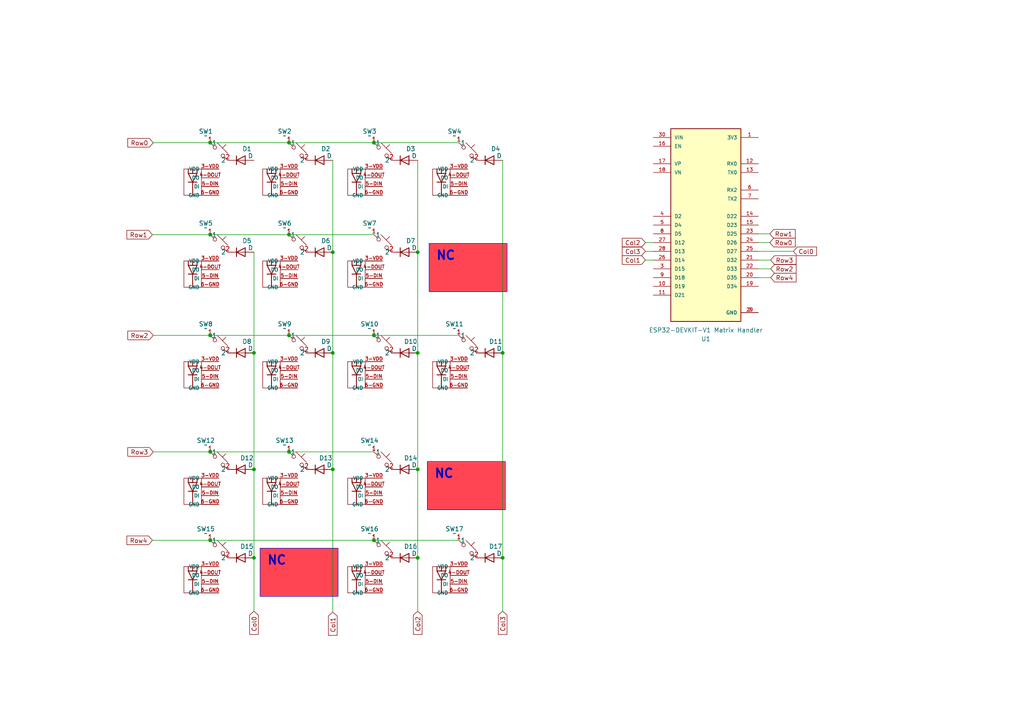
<source format=kicad_sch>
(kicad_sch (version 20231120) (generator "eeschema") (generator_version "8.0")
  (paper "A4")
  (lib_symbols
    (symbol "Device:D" (pin_numbers hide) (pin_names (offset 1.016) hide)
      (property "Reference" "D" (at 0 2.54 0))
      (property "Value" "D" (at 0 -2.54 0))
      (symbol "D_0_1"
        (polyline (pts (xy -1.27 1.27) (xy -1.27 -1.27)) (stroke (width 0.254)))
        (polyline (pts (xy 1.27 0) (xy -1.27 0)))
        (polyline (pts (xy 1.27 1.27) (xy 1.27 -1.27) (xy -1.27 0) (xy 1.27 1.27)) (stroke (width 0.254)))
      )
      (symbol "D_1_1"
        (pin passive line (at -3.81 0 0) (length 2.54) (name "K") (number "1"))
        (pin passive line (at 3.81 0 180) (length 2.54) (name "A") (number "2"))
      )
    )
    (symbol "ESP32-DEVKIT-V1:ESP32-DEVKIT-V1" (pin_names (offset 1.016))
      (property "Reference" "U" (at -10.16 30.48 0))
      (property "Value" "ESP32-DEVKIT-V1" (at -10.16 -30.48 0))
      (symbol "ESP32-DEVKIT-V1_0_0"
        (rectangle (start -10.16 -27.94) (end 10.16 27.94) (stroke (width 0.254)) (fill (type background)))
        (pin output line (at 15.24 25.4 180) (length 5.08) (name "3V3") (number "1"))
        (pin bidirectional line (at -15.24 -17.78 0) (length 5.08) (name "D19") (number "10"))
        (pin bidirectional line (at -15.24 -20.32 0) (length 5.08) (name "D21") (number "11"))
        (pin input line (at 15.24 17.78 180) (length 5.08) (name "RX0") (number "12"))
        (pin output line (at 15.24 15.24 180) (length 5.08) (name "TX0") (number "13"))
        (pin bidirectional line (at 15.24 2.54 180) (length 5.08) (name "D22") (number "14"))
        (pin bidirectional line (at 15.24 0 180) (length 5.08) (name "D23") (number "15"))
        (pin input line (at -15.24 22.86 0) (length 5.08) (name "EN") (number "16"))
        (pin bidirectional line (at -15.24 17.78 0) (length 5.08) (name "VP") (number "17"))
        (pin bidirectional line (at -15.24 15.24 0) (length 5.08) (name "VN") (number "18"))
        (pin bidirectional line (at 15.24 -17.78 180) (length 5.08) (name "D34") (number "19"))
        (pin power_in line (at 15.24 -25.4 180) (length 5.08) (name "GND") (number "2"))
        (pin bidirectional line (at 15.24 -15.24 180) (length 5.08) (name "D35") (number "20"))
        (pin bidirectional line (at 15.24 -10.16 180) (length 5.08) (name "D32") (number "21"))
        (pin bidirectional line (at 15.24 -12.7 180) (length 5.08) (name "D33") (number "22"))
        (pin bidirectional line (at 15.24 -2.54 180) (length 5.08) (name "D25") (number "23"))
        (pin bidirectional line (at 15.24 -5.08 180) (length 5.08) (name "D26") (number "24"))
        (pin bidirectional line (at 15.24 -7.62 180) (length 5.08) (name "D27") (number "25"))
        (pin bidirectional line (at -15.24 -10.16 0) (length 5.08) (name "D14") (number "26"))
        (pin bidirectional line (at -15.24 -5.08 0) (length 5.08) (name "D12") (number "27"))
        (pin bidirectional line (at -15.24 -7.62 0) (length 5.08) (name "D13") (number "28"))
        (pin power_in line (at 15.24 -25.4 180) (length 5.08) (name "GND") (number "29"))
        (pin bidirectional line (at -15.24 -12.7 0) (length 5.08) (name "D15") (number "3"))
        (pin input line (at -15.24 25.4 0) (length 5.08) (name "VIN") (number "30"))
        (pin bidirectional line (at -15.24 2.54 0) (length 5.08) (name "D2") (number "4"))
        (pin bidirectional line (at -15.24 0 0) (length 5.08) (name "D4") (number "5"))
        (pin input line (at 15.24 10.16 180) (length 5.08) (name "RX2") (number "6"))
        (pin output line (at 15.24 7.62 180) (length 5.08) (name "TX2") (number "7"))
        (pin bidirectional line (at -15.24 -2.54 0) (length 5.08) (name "D5") (number "8"))
        (pin bidirectional line (at -15.24 -15.24 0) (length 5.08) (name "D18") (number "9"))
      )
    )
    (symbol "tigmitSymbolLib:Switch_+_LED"
      (property "Reference" "SW" (at 2.032 4.064 0))
      (symbol "Switch_+_LED_0_0"
        (polyline (pts (xy -8.89 -6.35) (xy -8.89 -5.08)) (stroke (width 0.254)))
        (polyline (pts (xy -8.89 -6.35) (xy -7.62 -8.89)) (stroke (width 0.254)))
        (polyline (pts (xy -8.89 -6.35) (xy -7.62 -6.35)) (stroke (width 0.254)))
        (polyline (pts (xy -7.62 -8.89) (xy -8.89 -8.89)) (stroke (width 0.254)))
        (polyline (pts (xy -7.62 -8.89) (xy -7.62 -12.7)) (stroke (width 0.254)))
        (polyline (pts (xy -7.62 -8.89) (xy -6.35 -8.89)) (stroke (width 0.254)))
        (polyline (pts (xy -7.62 -8.89) (xy -6.35 -6.35)) (stroke (width 0.254)))
        (polyline (pts (xy -7.62 -6.35) (xy -7.62 -5.08)) (stroke (width 0.254)))
        (polyline (pts (xy -6.35 -6.35) (xy -7.62 -6.35)) (stroke (width 0.254)))
        (polyline (pts (xy -6.35 -6.35) (xy -6.35 -5.08)) (stroke (width 0.254)))
      )
      (symbol "Switch_+_LED_0_1"
        (rectangle (start -10.16 -5.08) (end -5.08 -12.7))
        (circle (center -1.1684 1.1684) (radius 0.508))
        (polyline (pts (xy -0.508 2.54) (xy 2.54 -0.508)))
        (polyline (pts (xy 1.016 1.016) (xy 2.032 2.032)))
        (polyline (pts (xy -2.54 2.54) (xy -1.524 1.524) (xy -1.524 1.524)))
        (polyline (pts (xy 1.524 -1.524) (xy 2.54 -2.54) (xy 2.54 -2.54) (xy 2.54 -2.54)))
        (circle (center 1.143 -1.1938) (radius 0.508))
        (pin passive line (at -2.54 2.54 0) (length 0) (name "1") (number "1"))
        (pin passive line (at 2.54 -2.54 180) (length 0) (name "2") (number "2"))
      )
      (symbol "Switch_+_LED_1_0"
        (pin power_in line (at 0 -5.08 180) (length 5.08) (name "VDD") (number "3-VDD"))
        (pin output line (at 0 -7.62 180) (length 5.08) (name "DO") (number "4-DOUT"))
        (pin input line (at 0 -10.16 180) (length 5.08) (name "DI") (number "5-DIN"))
        (pin power_in line (at 0 -12.7 180) (length 5.08) (name "GND") (number "6-GND"))
      )
    )
  )
  (junction (at 121.158 161.798))
  (junction (at 73.66 161.798))
  (junction (at 121.158 73.152))
  (junction (at 73.66 102.362))
  (junction (at 60.96 68.072))
  (junction (at 96.52 73.152))
  (junction (at 83.82 97.282))
  (junction (at 83.82 41.402))
  (junction (at 96.52 102.362))
  (junction (at 121.158 136.144))
  (junction (at 145.796 102.362))
  (junction (at 73.66 136.144))
  (junction (at 83.82 68.072))
  (junction (at 60.96 131.064))
  (junction (at 83.82 131.064))
  (junction (at 60.96 97.282))
  (junction (at 121.158 102.362))
  (junction (at 108.458 97.282))
  (junction (at 108.458 156.718))
  (junction (at 145.796 161.798))
  (junction (at 60.96 156.718))
  (junction (at 108.458 41.402))
  (junction (at 96.52 136.144))
  (junction (at 60.96 41.402))
  (wire (pts (xy 60.96 131.064) (xy 83.82 131.064)))
  (wire (pts (xy 96.52 136.144) (xy 96.52 177.546)))
  (wire (pts (xy 83.82 97.282) (xy 108.458 97.282)))
  (wire (pts (xy 44.196 156.718) (xy 60.96 156.718)))
  (wire (pts (xy 73.66 102.362) (xy 73.66 136.144)))
  (wire (pts (xy 96.52 102.362) (xy 96.52 136.144)))
  (wire (pts (xy 96.52 73.152) (xy 96.52 102.362)))
  (wire (pts (xy 187.198 70.358) (xy 189.484 70.358)))
  (wire (pts (xy 60.96 41.402) (xy 83.82 41.402)))
  (wire (pts (xy 60.96 156.718) (xy 108.458 156.718)))
  (wire (pts (xy 44.45 41.402) (xy 60.96 41.402)))
  (wire (pts (xy 83.82 131.064) (xy 108.458 131.064)))
  (wire (pts (xy 121.158 102.362) (xy 121.158 136.144)))
  (wire (pts (xy 44.45 131.064) (xy 60.96 131.064)))
  (wire (pts (xy 145.796 102.362) (xy 145.796 161.798)))
  (wire (pts (xy 96.52 46.482) (xy 96.52 73.152)))
  (wire (pts (xy 223.266 67.818) (xy 219.964 67.818)))
  (wire (pts (xy 145.796 161.798) (xy 145.796 177.292)))
  (wire (pts (xy 108.458 41.402) (xy 133.096 41.402)))
  (wire (pts (xy 108.458 156.718) (xy 133.096 156.718)))
  (wire (pts (xy 83.82 68.072) (xy 108.458 68.072)))
  (wire (pts (xy 83.82 41.402) (xy 108.458 41.402)))
  (wire (pts (xy 73.66 161.798) (xy 73.66 177.292)))
  (wire (pts (xy 230.124 72.898) (xy 219.964 72.898)))
  (wire (pts (xy 108.458 97.282) (xy 133.096 97.282)))
  (wire (pts (xy 44.196 68.072) (xy 60.96 68.072)))
  (wire (pts (xy 223.266 70.358) (xy 219.964 70.358)))
  (wire (pts (xy 121.158 73.152) (xy 121.158 102.362)))
  (wire (pts (xy 187.198 75.438) (xy 189.484 75.438)))
  (wire (pts (xy 187.198 72.898) (xy 189.484 72.898)))
  (wire (pts (xy 223.52 80.518) (xy 219.964 80.518)))
  (wire (pts (xy 121.158 161.798) (xy 121.158 177.292)))
  (wire (pts (xy 60.96 97.282) (xy 83.82 97.282)))
  (wire (pts (xy 121.158 46.482) (xy 121.158 73.152)))
  (wire (pts (xy 73.66 73.152) (xy 73.66 102.362)))
  (wire (pts (xy 223.52 77.978) (xy 219.964 77.978)))
  (wire (pts (xy 60.96 68.072) (xy 83.82 68.072)))
  (wire (pts (xy 121.158 136.144) (xy 121.158 161.798)))
  (wire (pts (xy 73.66 136.144) (xy 73.66 161.798)))
  (wire (pts (xy 145.796 46.482) (xy 145.796 102.362)))
  (wire (pts (xy 44.45 97.282) (xy 60.96 97.282)))
  (wire (pts (xy 223.52 75.438) (xy 219.964 75.438)))
  (text_box "NC" (at 124.46 70.612 0) (size 22.606 13.97) (fill (type color) (color 255 69 84 1)) (effects (font (size 2.54 2.54) (thickness 0.508) (bold yes)) (justify left top)))
  (text_box "NC" (at 123.952 133.858 0) (size 22.606 13.97) (fill (type color) (color 255 69 84 1)) (effects (font (size 2.54 2.54) (thickness 0.508) (bold yes)) (justify left top)))
  (text_box "NC" (at 75.438 159.004 0) (size 22.606 13.97) (fill (type color) (color 255 69 84 1)) (effects (font (size 2.54 2.54) (thickness 0.508) (bold yes)) (justify left top)))
  (global_label "Col2" (shape input) (at 187.198 70.358 180) (property "Intersheetrefs" "${INTERSHEET_REFS}" (effects (hide yes))))
  (global_label "Col1" (shape input) (at 187.198 75.438 180) (property "Intersheetrefs" "${INTERSHEET_REFS}" (effects (hide yes))))
  (global_label "Row2" (shape input) (at 223.52 77.978 0) (property "Intersheetrefs" "${INTERSHEET_REFS}" (effects (hide yes))))
  (global_label "Row2" (shape input) (at 44.45 97.282 180) (property "Intersheetrefs" "${INTERSHEET_REFS}" (effects (hide yes))))
  (global_label "Row1" (shape input) (at 44.196 68.072 180) (property "Intersheetrefs" "${INTERSHEET_REFS}" (effects (hide yes))))
  (global_label "Col1" (shape input) (at 96.52 177.546 270) (property "Intersheetrefs" "${INTERSHEET_REFS}" (effects (hide yes))))
  (global_label "Row0" (shape input) (at 44.45 41.402 180) (property "Intersheetrefs" "${INTERSHEET_REFS}" (effects (hide yes))))
  (global_label "Col3" (shape input) (at 187.198 72.898 180) (property "Intersheetrefs" "${INTERSHEET_REFS}" (effects (hide yes))))
  (global_label "Col2" (shape input) (at 121.158 177.292 270) (property "Intersheetrefs" "${INTERSHEET_REFS}" (effects (hide yes))))
  (global_label "Row4" (shape input) (at 44.196 156.718 180) (property "Intersheetrefs" "${INTERSHEET_REFS}" (effects (hide yes))))
  (global_label "Col0" (shape input) (at 73.66 177.292 270) (property "Intersheetrefs" "${INTERSHEET_REFS}" (effects (hide yes))))
  (global_label "Col3" (shape input) (at 145.796 177.292 270) (property "Intersheetrefs" "${INTERSHEET_REFS}" (effects (hide yes))))
  (global_label "Row4" (shape input) (at 223.52 80.518 0) (property "Intersheetrefs" "${INTERSHEET_REFS}" (effects (hide yes))))
  (global_label "Col0" (shape input) (at 230.124 72.898 0) (property "Intersheetrefs" "${INTERSHEET_REFS}" (effects (hide yes))))
  (global_label "Row3" (shape input) (at 223.52 75.438 0) (property "Intersheetrefs" "${INTERSHEET_REFS}" (effects (hide yes))))
  (global_label "Row3" (shape input) (at 44.45 131.064 180) (property "Intersheetrefs" "${INTERSHEET_REFS}" (effects (hide yes))))
  (global_label "Row0" (shape input) (at 223.266 70.358 0) (property "Intersheetrefs" "${INTERSHEET_REFS}" (effects (hide yes))))
  (global_label "Row1" (shape input) (at 223.266 67.818 0) (property "Intersheetrefs" "${INTERSHEET_REFS}" (effects (hide yes))))
  (symbol (lib_id "tigmitSymbolLib:Switch_+_LED") (at 110.998 133.604 0) (unit 1)
    (property "Reference" "SW14" (at 107.188 127.762 0))
    (property "Value" "~" (at 107.188 129.032 0))
  )
  (symbol (lib_id "Device:D") (at 117.348 136.144 0) (unit 1)
    (property "Reference" "D14" (at 119.126 132.842 0))
    (property "Value" "D" (at 120.142 134.874 0))
    (property "Description" "Diode" (effects (hide yes)))
    (property "Sim.Device" "D" (effects (hide yes)))
    (property "Sim.Pins" "1=K 2=A" (effects (hide yes)))
  )
  (symbol (lib_id "Device:D") (at 141.986 161.798 0) (unit 1)
    (property "Reference" "D17" (at 143.764 158.496 0))
    (property "Value" "D" (at 144.78 160.528 0))
    (property "Description" "Diode" (effects (hide yes)))
    (property "Sim.Device" "D" (effects (hide yes)))
    (property "Sim.Pins" "1=K 2=A" (effects (hide yes)))
  )
  (symbol (lib_id "Device:D") (at 69.85 102.362 0) (unit 1)
    (property "Reference" "D8" (at 71.628 99.06 0))
    (property "Value" "D" (at 72.644 101.092 0))
    (property "Description" "Diode" (effects (hide yes)))
    (property "Sim.Device" "D" (effects (hide yes)))
    (property "Sim.Pins" "1=K 2=A" (effects (hide yes)))
  )
  (symbol (lib_id "tigmitSymbolLib:Switch_+_LED") (at 63.5 133.604 0) (unit 1)
    (property "Reference" "SW12" (at 59.69 127.762 0))
    (property "Value" "~" (at 59.69 129.032 0))
  )
  (symbol (lib_id "Device:D") (at 141.986 102.362 0) (unit 1)
    (property "Reference" "D11" (at 143.764 99.06 0))
    (property "Value" "D" (at 144.78 101.092 0))
    (property "Description" "Diode" (effects (hide yes)))
    (property "Sim.Device" "D" (effects (hide yes)))
    (property "Sim.Pins" "1=K 2=A" (effects (hide yes)))
  )
  (symbol (lib_id "tigmitSymbolLib:Switch_+_LED") (at 86.36 99.822 0) (unit 1)
    (property "Reference" "SW9" (at 82.55 93.98 0))
    (property "Value" "~" (at 82.55 95.25 0))
  )
  (symbol (lib_id "Device:D") (at 92.71 102.362 0) (unit 1)
    (property "Reference" "D9" (at 94.488 99.06 0))
    (property "Value" "D" (at 95.504 101.092 0))
    (property "Description" "Diode" (effects (hide yes)))
    (property "Sim.Device" "D" (effects (hide yes)))
    (property "Sim.Pins" "1=K 2=A" (effects (hide yes)))
  )
  (symbol (lib_id "Device:D") (at 117.348 73.152 0) (unit 1)
    (property "Reference" "D7" (at 119.126 69.85 0))
    (property "Value" "D" (at 120.142 71.882 0))
    (property "Description" "Diode" (effects (hide yes)))
    (property "Sim.Device" "D" (effects (hide yes)))
    (property "Sim.Pins" "1=K 2=A" (effects (hide yes)))
  )
  (symbol (lib_id "tigmitSymbolLib:Switch_+_LED") (at 135.636 43.942 0) (unit 1)
    (property "Reference" "SW4" (at 131.826 38.1 0))
    (property "Value" "~" (at 131.826 39.37 0))
  )
  (symbol (lib_id "Device:D") (at 69.85 161.798 0) (unit 1)
    (property "Reference" "D15" (at 71.628 158.496 0))
    (property "Value" "D" (at 72.644 160.528 0))
    (property "Description" "Diode" (effects (hide yes)))
    (property "Sim.Device" "D" (effects (hide yes)))
    (property "Sim.Pins" "1=K 2=A" (effects (hide yes)))
  )
  (symbol (lib_id "tigmitSymbolLib:Switch_+_LED") (at 86.36 43.942 0) (unit 1)
    (property "Reference" "SW2" (at 82.55 38.1 0))
    (property "Value" "~" (at 82.55 39.37 0))
  )
  (symbol (lib_id "tigmitSymbolLib:Switch_+_LED") (at 63.5 70.612 0) (unit 1)
    (property "Reference" "SW5" (at 59.69 64.77 0))
    (property "Value" "~" (at 59.69 66.04 0))
  )
  (symbol (lib_id "Device:D") (at 92.71 73.152 0) (unit 1)
    (property "Reference" "D6" (at 94.488 69.85 0))
    (property "Value" "D" (at 95.504 71.882 0))
    (property "Description" "Diode" (effects (hide yes)))
    (property "Sim.Device" "D" (effects (hide yes)))
    (property "Sim.Pins" "1=K 2=A" (effects (hide yes)))
  )
  (symbol (lib_id "tigmitSymbolLib:Switch_+_LED") (at 135.636 99.822 0) (unit 1)
    (property "Reference" "SW11" (at 131.826 93.98 0))
    (property "Value" "~" (at 131.826 95.25 0))
  )
  (symbol (lib_id "tigmitSymbolLib:Switch_+_LED") (at 110.998 70.612 0) (unit 1)
    (property "Reference" "SW7" (at 107.188 64.77 0))
    (property "Value" "~" (at 107.188 66.04 0))
  )
  (symbol (lib_id "Device:D") (at 117.348 102.362 0) (unit 1)
    (property "Reference" "D10" (at 119.126 99.06 0))
    (property "Value" "D" (at 120.142 101.092 0))
    (property "Description" "Diode" (effects (hide yes)))
    (property "Sim.Device" "D" (effects (hide yes)))
    (property "Sim.Pins" "1=K 2=A" (effects (hide yes)))
  )
  (symbol (lib_id "tigmitSymbolLib:Switch_+_LED") (at 86.36 70.612 0) (unit 1)
    (property "Reference" "SW6" (at 82.55 64.77 0))
    (property "Value" "~" (at 82.55 66.04 0))
  )
  (symbol (lib_id "Device:D") (at 69.85 136.144 0) (unit 1)
    (property "Reference" "D12" (at 71.628 132.842 0))
    (property "Value" "D" (at 72.644 134.874 0))
    (property "Description" "Diode" (effects (hide yes)))
    (property "Sim.Device" "D" (effects (hide yes)))
    (property "Sim.Pins" "1=K 2=A" (effects (hide yes)))
  )
  (symbol (lib_id "tigmitSymbolLib:Switch_+_LED") (at 86.36 133.604 0) (unit 1)
    (property "Reference" "SW13" (at 82.55 127.762 0))
    (property "Value" "~" (at 82.55 129.032 0))
  )
  (symbol (lib_id "Device:D") (at 117.348 161.798 0) (unit 1)
    (property "Reference" "D16" (at 119.126 158.496 0))
    (property "Value" "D" (at 120.142 160.528 0))
    (property "Description" "Diode" (effects (hide yes)))
    (property "Sim.Device" "D" (effects (hide yes)))
    (property "Sim.Pins" "1=K 2=A" (effects (hide yes)))
  )
  (symbol (lib_id "Device:D") (at 117.348 46.482 0) (unit 1)
    (property "Reference" "D3" (at 119.126 43.18 0))
    (property "Value" "D" (at 120.142 45.212 0))
    (property "Description" "Diode" (effects (hide yes)))
    (property "Sim.Device" "D" (effects (hide yes)))
    (property "Sim.Pins" "1=K 2=A" (effects (hide yes)))
  )
  (symbol (lib_id "tigmitSymbolLib:Switch_+_LED") (at 63.5 159.258 0) (unit 1)
    (property "Reference" "SW15" (at 59.69 153.416 0))
    (property "Value" "~" (at 59.69 154.686 0))
  )
  (symbol (lib_id "Device:D") (at 92.71 136.144 0) (unit 1)
    (property "Reference" "D13" (at 94.488 132.842 0))
    (property "Value" "D" (at 95.504 134.874 0))
    (property "Description" "Diode" (effects (hide yes)))
    (property "Sim.Device" "D" (effects (hide yes)))
    (property "Sim.Pins" "1=K 2=A" (effects (hide yes)))
  )
  (symbol (lib_id "tigmitSymbolLib:Switch_+_LED") (at 63.5 43.942 0) (unit 1)
    (property "Reference" "SW1" (at 59.69 38.1 0))
    (property "Value" "~" (at 59.69 39.37 0))
  )
  (symbol (lib_id "Device:D") (at 69.85 46.482 0) (unit 1)
    (property "Reference" "D1" (at 71.628 43.18 0))
    (property "Value" "D" (at 72.644 45.212 0))
    (property "Description" "Diode" (effects (hide yes)))
    (property "Sim.Device" "D" (effects (hide yes)))
    (property "Sim.Pins" "1=K 2=A" (effects (hide yes)))
  )
  (symbol (lib_id "tigmitSymbolLib:Switch_+_LED") (at 110.998 159.258 0) (unit 1)
    (property "Reference" "SW16" (at 107.188 153.416 0))
    (property "Value" "~" (at 107.188 154.686 0))
  )
  (symbol (lib_id "ESP32-DEVKIT-V1:ESP32-DEVKIT-V1") (at 204.724 65.278 0) (unit 1)
    (property "Reference" "U1" (at 204.724 98.298 0))
    (property "Value" "ESP32-DEVKIT-V1 Matrix Handler" (at 204.724 95.758 0))
    (property "Footprint" "tigmitLib:ESP32 Vroom Devkit V1" (effects (hide yes)))
    (property "MF" "Do it" (effects (hide yes)))
    (property "MAXIMUM_PACKAGE_HEIGHT" "6.8 mm" (effects (hide yes)))
    (property "Package" "None" (effects (hide yes)))
    (property "Price" "None" (effects (hide yes)))
    (property "Check_prices" "https://www.snapeda.com/parts/ESP32-DEVKIT-V1/Do+it/view-part/?ref=eda" (effects (hide yes)))
    (property "STANDARD" "Manufacturer Recommendations" (effects (hide yes)))
    (property "PARTREV" "N/A" (effects (hide yes)))
    (property "SnapEDA_Link" "https://www.snapeda.com/parts/ESP32-DEVKIT-V1/Do+it/view-part/?ref=snap" (effects (hide yes)))
    (property "MP" "ESP32-DEVKIT-V1" (effects (hide yes)))
    (property "Description_1" "\nDual core, Wi-Fi: 2.4 GHz up to 150 Mbits/s,BLE (Bluetooth Low Energy) and legacy Bluetooth, 32 bits, Up to 240 MHz\n" (effects (hide yes)))
    (property "Availability" "Not in stock" (effects (hide yes)))
    (property "MANUFACTURER" "DOIT" (effects (hide yes)))
  )
  (symbol (lib_id "Device:D") (at 69.85 73.152 0) (unit 1)
    (property "Reference" "D5" (at 71.628 69.85 0))
    (property "Value" "D" (at 72.644 71.882 0))
    (property "Description" "Diode" (effects (hide yes)))
    (property "Sim.Device" "D" (effects (hide yes)))
    (property "Sim.Pins" "1=K 2=A" (effects (hide yes)))
  )
  (symbol (lib_id "tigmitSymbolLib:Switch_+_LED") (at 63.5 99.822 0) (unit 1)
    (property "Reference" "SW8" (at 59.69 93.98 0))
    (property "Value" "~" (at 59.69 95.25 0))
  )
  (symbol (lib_id "Device:D") (at 92.71 46.482 0) (unit 1)
    (property "Reference" "D2" (at 94.488 43.18 0))
    (property "Value" "D" (at 95.504 45.212 0))
    (property "Description" "Diode" (effects (hide yes)))
    (property "Sim.Device" "D" (effects (hide yes)))
    (property "Sim.Pins" "1=K 2=A" (effects (hide yes)))
  )
  (symbol (lib_id "tigmitSymbolLib:Switch_+_LED") (at 135.636 159.258 0) (unit 1)
    (property "Reference" "SW17" (at 131.826 153.416 0))
    (property "Value" "~" (at 131.826 154.686 0))
  )
  (symbol (lib_id "Device:D") (at 141.986 46.482 0) (unit 1)
    (property "Reference" "D4" (at 143.764 43.18 0))
    (property "Value" "D" (at 144.78 45.212 0))
    (property "Description" "Diode" (effects (hide yes)))
    (property "Sim.Device" "D" (effects (hide yes)))
    (property "Sim.Pins" "1=K 2=A" (effects (hide yes)))
  )
  (symbol (lib_id "tigmitSymbolLib:Switch_+_LED") (at 110.998 43.942 0) (unit 1)
    (property "Reference" "SW3" (at 107.188 38.1 0))
    (property "Value" "~" (at 107.188 39.37 0))
  )
  (symbol (lib_id "tigmitSymbolLib:Switch_+_LED") (at 110.998 99.822 0) (unit 1)
    (property "Reference" "SW10" (at 107.188 93.98 0))
    (property "Value" "~" (at 107.188 95.25 0))
  )
)
</source>
